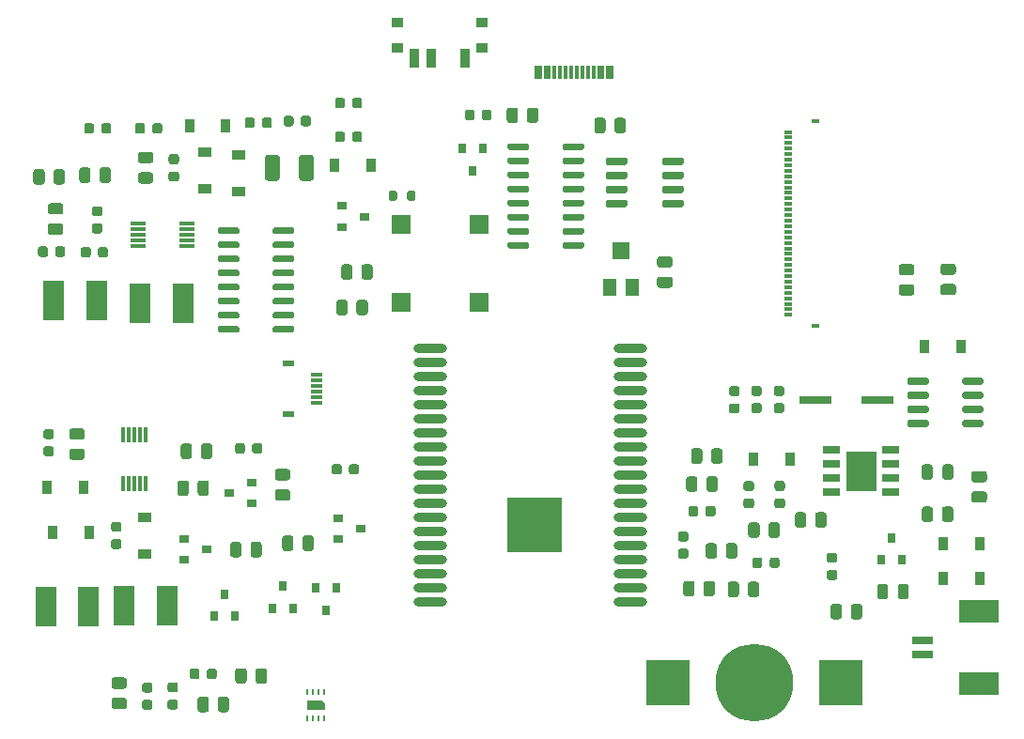
<source format=gbr>
G04 #@! TF.GenerationSoftware,KiCad,Pcbnew,(5.1.10)-1*
G04 #@! TF.CreationDate,2023-06-26T10:38:49+08:00*
G04 #@! TF.ProjectId,epaper-breakout,65706170-6572-42d6-9272-65616b6f7574,rev?*
G04 #@! TF.SameCoordinates,Original*
G04 #@! TF.FileFunction,Paste,Top*
G04 #@! TF.FilePolarity,Positive*
%FSLAX46Y46*%
G04 Gerber Fmt 4.6, Leading zero omitted, Abs format (unit mm)*
G04 Created by KiCad (PCBNEW (5.1.10)-1) date 2023-06-26 10:38:49*
%MOMM*%
%LPD*%
G01*
G04 APERTURE LIST*
%ADD10R,0.799998X0.299999*%
%ADD11R,0.799998X0.399999*%
%ADD12R,0.299999X1.199998*%
%ADD13R,0.250000X0.550000*%
%ADD14C,0.100000*%
%ADD15C,7.000011*%
%ADD16R,3.899992X4.180002*%
%ADD17R,2.999994X0.799998*%
%ADD18R,0.900000X0.800000*%
%ADD19R,1.874012X3.520008*%
%ADD20R,0.900000X1.200000*%
%ADD21R,1.799996X1.799996*%
%ADD22R,1.899996X0.799998*%
%ADD23R,3.599993X1.999996*%
%ADD24R,1.500000X0.650000*%
%ADD25R,2.700000X3.600000*%
%ADD26R,5.000000X5.000000*%
%ADD27O,3.000000X0.900000*%
%ADD28R,0.800000X0.900000*%
%ADD29R,1.400000X0.300000*%
%ADD30R,0.300000X1.400000*%
%ADD31R,1.099998X0.929996*%
%ADD32R,0.899998X1.799996*%
%ADD33R,1.199896X1.499997*%
%ADD34R,1.599997X1.599997*%
%ADD35R,1.200000X0.900000*%
%ADD36R,0.999998X0.299999*%
%ADD37R,0.999998X0.599999*%
G04 APERTURE END LIST*
D10*
X91749939Y-35050080D03*
X91749939Y-35549952D03*
X91749939Y-36050078D03*
X91749939Y-36549950D03*
X91749939Y-37050076D03*
X91749939Y-37549948D03*
X91749939Y-38050074D03*
X91749939Y-38549946D03*
X91749939Y-39050072D03*
X91749939Y-39549944D03*
X91749939Y-40050070D03*
X91749939Y-40549942D03*
X91749939Y-41050068D03*
X91749939Y-41549940D03*
X91749939Y-42050066D03*
X91749939Y-42549938D03*
X91749939Y-43050064D03*
X91749939Y-43549936D03*
X91749939Y-44050062D03*
X91749939Y-44549934D03*
X91749939Y-45050060D03*
X91749939Y-45549932D03*
X91749939Y-46050058D03*
X91749939Y-46549930D03*
X91749939Y-47050056D03*
X91749939Y-47549928D03*
X91749939Y-48050054D03*
X91749939Y-48549926D03*
X91749939Y-49050052D03*
X91749939Y-49549924D03*
X91749939Y-50050050D03*
X91749939Y-50549922D03*
X91749939Y-51050048D03*
X91749939Y-51549920D03*
D11*
X94250061Y-52549918D03*
X94250061Y-34050082D03*
D12*
X69099994Y-29699944D03*
X69399968Y-29699944D03*
X69899840Y-29699944D03*
X70200068Y-29699944D03*
X70699940Y-29699944D03*
X71200320Y-29699944D03*
X71699938Y-29699944D03*
X72200064Y-29699944D03*
X72699936Y-29699944D03*
X73200062Y-29699944D03*
X73699934Y-29699944D03*
X74200060Y-29699944D03*
X74699932Y-29699944D03*
X74999906Y-29699944D03*
X75500032Y-29699944D03*
X75800006Y-29699944D03*
D13*
X49925000Y-85575000D03*
X49425000Y-85575000D03*
X48925000Y-85575000D03*
X48425000Y-85575000D03*
X48425000Y-87925000D03*
X48925000Y-87925000D03*
X49425000Y-87925000D03*
X49925000Y-87925000D03*
D14*
G36*
X48375000Y-87200000D02*
G01*
X48375000Y-86300000D01*
X49705000Y-86300000D01*
X49975000Y-86570000D01*
X49975000Y-87200000D01*
X48375000Y-87200000D01*
G37*
G36*
G01*
X101974998Y-48775000D02*
X102875002Y-48775000D01*
G75*
G02*
X103125000Y-49024998I0J-249998D01*
G01*
X103125000Y-49550002D01*
G75*
G02*
X102875002Y-49800000I-249998J0D01*
G01*
X101974998Y-49800000D01*
G75*
G02*
X101725000Y-49550002I0J249998D01*
G01*
X101725000Y-49024998D01*
G75*
G02*
X101974998Y-48775000I249998J0D01*
G01*
G37*
G36*
G01*
X101974998Y-46950000D02*
X102875002Y-46950000D01*
G75*
G02*
X103125000Y-47199998I0J-249998D01*
G01*
X103125000Y-47725002D01*
G75*
G02*
X102875002Y-47975000I-249998J0D01*
G01*
X101974998Y-47975000D01*
G75*
G02*
X101725000Y-47725002I0J249998D01*
G01*
X101725000Y-47199998D01*
G75*
G02*
X101974998Y-46950000I249998J0D01*
G01*
G37*
G36*
G01*
X105724998Y-48750000D02*
X106625002Y-48750000D01*
G75*
G02*
X106875000Y-48999998I0J-249998D01*
G01*
X106875000Y-49525002D01*
G75*
G02*
X106625002Y-49775000I-249998J0D01*
G01*
X105724998Y-49775000D01*
G75*
G02*
X105475000Y-49525002I0J249998D01*
G01*
X105475000Y-48999998D01*
G75*
G02*
X105724998Y-48750000I249998J0D01*
G01*
G37*
G36*
G01*
X105724998Y-46925000D02*
X106625002Y-46925000D01*
G75*
G02*
X106875000Y-47174998I0J-249998D01*
G01*
X106875000Y-47700002D01*
G75*
G02*
X106625002Y-47950000I-249998J0D01*
G01*
X105724998Y-47950000D01*
G75*
G02*
X105475000Y-47700002I0J249998D01*
G01*
X105475000Y-47174998D01*
G75*
G02*
X105724998Y-46925000I249998J0D01*
G01*
G37*
G36*
G01*
X84375000Y-67250002D02*
X84375000Y-66349998D01*
G75*
G02*
X84624998Y-66100000I249998J0D01*
G01*
X85150002Y-66100000D01*
G75*
G02*
X85400000Y-66349998I0J-249998D01*
G01*
X85400000Y-67250002D01*
G75*
G02*
X85150002Y-67500000I-249998J0D01*
G01*
X84624998Y-67500000D01*
G75*
G02*
X84375000Y-67250002I0J249998D01*
G01*
G37*
G36*
G01*
X82550000Y-67250002D02*
X82550000Y-66349998D01*
G75*
G02*
X82799998Y-66100000I249998J0D01*
G01*
X83325002Y-66100000D01*
G75*
G02*
X83575000Y-66349998I0J-249998D01*
G01*
X83575000Y-67250002D01*
G75*
G02*
X83325002Y-67500000I-249998J0D01*
G01*
X82799998Y-67500000D01*
G75*
G02*
X82550000Y-67250002I0J249998D01*
G01*
G37*
G36*
G01*
X85337500Y-72374998D02*
X85337500Y-73275002D01*
G75*
G02*
X85087502Y-73525000I-249998J0D01*
G01*
X84562498Y-73525000D01*
G75*
G02*
X84312500Y-73275002I0J249998D01*
G01*
X84312500Y-72374998D01*
G75*
G02*
X84562498Y-72125000I249998J0D01*
G01*
X85087502Y-72125000D01*
G75*
G02*
X85337500Y-72374998I0J-249998D01*
G01*
G37*
G36*
G01*
X87162500Y-72374998D02*
X87162500Y-73275002D01*
G75*
G02*
X86912502Y-73525000I-249998J0D01*
G01*
X86387498Y-73525000D01*
G75*
G02*
X86137500Y-73275002I0J249998D01*
G01*
X86137500Y-72374998D01*
G75*
G02*
X86387498Y-72125000I249998J0D01*
G01*
X86912502Y-72125000D01*
G75*
G02*
X87162500Y-72374998I0J-249998D01*
G01*
G37*
G36*
G01*
X83650000Y-69000000D02*
X83650000Y-69500000D01*
G75*
G02*
X83425000Y-69725000I-225000J0D01*
G01*
X82975000Y-69725000D01*
G75*
G02*
X82750000Y-69500000I0J225000D01*
G01*
X82750000Y-69000000D01*
G75*
G02*
X82975000Y-68775000I225000J0D01*
G01*
X83425000Y-68775000D01*
G75*
G02*
X83650000Y-69000000I0J-225000D01*
G01*
G37*
G36*
G01*
X85200000Y-69000000D02*
X85200000Y-69500000D01*
G75*
G02*
X84975000Y-69725000I-225000J0D01*
G01*
X84525000Y-69725000D01*
G75*
G02*
X84300000Y-69500000I0J225000D01*
G01*
X84300000Y-69000000D01*
G75*
G02*
X84525000Y-68775000I225000J0D01*
G01*
X84975000Y-68775000D01*
G75*
G02*
X85200000Y-69000000I0J-225000D01*
G01*
G37*
D15*
X88740127Y-84690000D03*
D16*
X80940041Y-84690000D03*
X96539959Y-84690000D03*
D17*
X94228082Y-59182000D03*
X99828020Y-59182000D03*
G36*
G01*
X104418000Y-61191000D02*
X104418000Y-61491000D01*
G75*
G02*
X104268000Y-61641000I-150000J0D01*
G01*
X102618000Y-61641000D01*
G75*
G02*
X102468000Y-61491000I0J150000D01*
G01*
X102468000Y-61191000D01*
G75*
G02*
X102618000Y-61041000I150000J0D01*
G01*
X104268000Y-61041000D01*
G75*
G02*
X104418000Y-61191000I0J-150000D01*
G01*
G37*
G36*
G01*
X104418000Y-59921000D02*
X104418000Y-60221000D01*
G75*
G02*
X104268000Y-60371000I-150000J0D01*
G01*
X102618000Y-60371000D01*
G75*
G02*
X102468000Y-60221000I0J150000D01*
G01*
X102468000Y-59921000D01*
G75*
G02*
X102618000Y-59771000I150000J0D01*
G01*
X104268000Y-59771000D01*
G75*
G02*
X104418000Y-59921000I0J-150000D01*
G01*
G37*
G36*
G01*
X104418000Y-58651000D02*
X104418000Y-58951000D01*
G75*
G02*
X104268000Y-59101000I-150000J0D01*
G01*
X102618000Y-59101000D01*
G75*
G02*
X102468000Y-58951000I0J150000D01*
G01*
X102468000Y-58651000D01*
G75*
G02*
X102618000Y-58501000I150000J0D01*
G01*
X104268000Y-58501000D01*
G75*
G02*
X104418000Y-58651000I0J-150000D01*
G01*
G37*
G36*
G01*
X104418000Y-57381000D02*
X104418000Y-57681000D01*
G75*
G02*
X104268000Y-57831000I-150000J0D01*
G01*
X102618000Y-57831000D01*
G75*
G02*
X102468000Y-57681000I0J150000D01*
G01*
X102468000Y-57381000D01*
G75*
G02*
X102618000Y-57231000I150000J0D01*
G01*
X104268000Y-57231000D01*
G75*
G02*
X104418000Y-57381000I0J-150000D01*
G01*
G37*
G36*
G01*
X109368000Y-57381000D02*
X109368000Y-57681000D01*
G75*
G02*
X109218000Y-57831000I-150000J0D01*
G01*
X107568000Y-57831000D01*
G75*
G02*
X107418000Y-57681000I0J150000D01*
G01*
X107418000Y-57381000D01*
G75*
G02*
X107568000Y-57231000I150000J0D01*
G01*
X109218000Y-57231000D01*
G75*
G02*
X109368000Y-57381000I0J-150000D01*
G01*
G37*
G36*
G01*
X109368000Y-58651000D02*
X109368000Y-58951000D01*
G75*
G02*
X109218000Y-59101000I-150000J0D01*
G01*
X107568000Y-59101000D01*
G75*
G02*
X107418000Y-58951000I0J150000D01*
G01*
X107418000Y-58651000D01*
G75*
G02*
X107568000Y-58501000I150000J0D01*
G01*
X109218000Y-58501000D01*
G75*
G02*
X109368000Y-58651000I0J-150000D01*
G01*
G37*
G36*
G01*
X109368000Y-59921000D02*
X109368000Y-60221000D01*
G75*
G02*
X109218000Y-60371000I-150000J0D01*
G01*
X107568000Y-60371000D01*
G75*
G02*
X107418000Y-60221000I0J150000D01*
G01*
X107418000Y-59921000D01*
G75*
G02*
X107568000Y-59771000I150000J0D01*
G01*
X109218000Y-59771000D01*
G75*
G02*
X109368000Y-59921000I0J-150000D01*
G01*
G37*
G36*
G01*
X109368000Y-61191000D02*
X109368000Y-61491000D01*
G75*
G02*
X109218000Y-61641000I-150000J0D01*
G01*
X107568000Y-61641000D01*
G75*
G02*
X107418000Y-61491000I0J150000D01*
G01*
X107418000Y-61191000D01*
G75*
G02*
X107568000Y-61041000I150000J0D01*
G01*
X109218000Y-61041000D01*
G75*
G02*
X109368000Y-61191000I0J-150000D01*
G01*
G37*
G36*
G01*
X53295000Y-48132002D02*
X53295000Y-47231998D01*
G75*
G02*
X53544998Y-46982000I249998J0D01*
G01*
X54070002Y-46982000D01*
G75*
G02*
X54320000Y-47231998I0J-249998D01*
G01*
X54320000Y-48132002D01*
G75*
G02*
X54070002Y-48382000I-249998J0D01*
G01*
X53544998Y-48382000D01*
G75*
G02*
X53295000Y-48132002I0J249998D01*
G01*
G37*
G36*
G01*
X51470000Y-48132002D02*
X51470000Y-47231998D01*
G75*
G02*
X51719998Y-46982000I249998J0D01*
G01*
X52245002Y-46982000D01*
G75*
G02*
X52495000Y-47231998I0J-249998D01*
G01*
X52495000Y-48132002D01*
G75*
G02*
X52245002Y-48382000I-249998J0D01*
G01*
X51719998Y-48382000D01*
G75*
G02*
X51470000Y-48132002I0J249998D01*
G01*
G37*
G36*
G01*
X52050000Y-50424998D02*
X52050000Y-51325002D01*
G75*
G02*
X51800002Y-51575000I-249998J0D01*
G01*
X51274998Y-51575000D01*
G75*
G02*
X51025000Y-51325002I0J249998D01*
G01*
X51025000Y-50424998D01*
G75*
G02*
X51274998Y-50175000I249998J0D01*
G01*
X51800002Y-50175000D01*
G75*
G02*
X52050000Y-50424998I0J-249998D01*
G01*
G37*
G36*
G01*
X53875000Y-50424998D02*
X53875000Y-51325002D01*
G75*
G02*
X53625002Y-51575000I-249998J0D01*
G01*
X53099998Y-51575000D01*
G75*
G02*
X52850000Y-51325002I0J249998D01*
G01*
X52850000Y-50424998D01*
G75*
G02*
X53099998Y-50175000I249998J0D01*
G01*
X53625002Y-50175000D01*
G75*
G02*
X53875000Y-50424998I0J-249998D01*
G01*
G37*
G36*
G01*
X56534000Y-40549000D02*
X56534000Y-41099000D01*
G75*
G02*
X56334000Y-41299000I-200000J0D01*
G01*
X55934000Y-41299000D01*
G75*
G02*
X55734000Y-41099000I0J200000D01*
G01*
X55734000Y-40549000D01*
G75*
G02*
X55934000Y-40349000I200000J0D01*
G01*
X56334000Y-40349000D01*
G75*
G02*
X56534000Y-40549000I0J-200000D01*
G01*
G37*
G36*
G01*
X58184000Y-40549000D02*
X58184000Y-41099000D01*
G75*
G02*
X57984000Y-41299000I-200000J0D01*
G01*
X57584000Y-41299000D01*
G75*
G02*
X57384000Y-41099000I0J200000D01*
G01*
X57384000Y-40549000D01*
G75*
G02*
X57584000Y-40349000I200000J0D01*
G01*
X57984000Y-40349000D01*
G75*
G02*
X58184000Y-40549000I0J-200000D01*
G01*
G37*
D18*
X53575000Y-42675000D03*
X51575000Y-43625000D03*
X51575000Y-41725000D03*
D19*
X33346886Y-50525000D03*
X37203114Y-50525000D03*
X25566886Y-50222000D03*
X29423114Y-50222000D03*
X24858772Y-77870000D03*
X28715000Y-77870000D03*
X31905000Y-77740000D03*
X35761228Y-77740000D03*
D20*
X50850000Y-38025000D03*
X54150000Y-38025000D03*
X107314000Y-54356000D03*
X104014000Y-54356000D03*
X88600000Y-64516000D03*
X91900000Y-64516000D03*
G36*
G01*
X47836000Y-34320000D02*
X47836000Y-33820000D01*
G75*
G02*
X48061000Y-33595000I225000J0D01*
G01*
X48511000Y-33595000D01*
G75*
G02*
X48736000Y-33820000I0J-225000D01*
G01*
X48736000Y-34320000D01*
G75*
G02*
X48511000Y-34545000I-225000J0D01*
G01*
X48061000Y-34545000D01*
G75*
G02*
X47836000Y-34320000I0J225000D01*
G01*
G37*
G36*
G01*
X46286000Y-34320000D02*
X46286000Y-33820000D01*
G75*
G02*
X46511000Y-33595000I225000J0D01*
G01*
X46961000Y-33595000D01*
G75*
G02*
X47186000Y-33820000I0J-225000D01*
G01*
X47186000Y-34320000D01*
G75*
G02*
X46961000Y-34545000I-225000J0D01*
G01*
X46511000Y-34545000D01*
G75*
G02*
X46286000Y-34320000I0J225000D01*
G01*
G37*
G36*
G01*
X86650000Y-59525000D02*
X87150000Y-59525000D01*
G75*
G02*
X87375000Y-59750000I0J-225000D01*
G01*
X87375000Y-60200000D01*
G75*
G02*
X87150000Y-60425000I-225000J0D01*
G01*
X86650000Y-60425000D01*
G75*
G02*
X86425000Y-60200000I0J225000D01*
G01*
X86425000Y-59750000D01*
G75*
G02*
X86650000Y-59525000I225000J0D01*
G01*
G37*
G36*
G01*
X86650000Y-57975000D02*
X87150000Y-57975000D01*
G75*
G02*
X87375000Y-58200000I0J-225000D01*
G01*
X87375000Y-58650000D01*
G75*
G02*
X87150000Y-58875000I-225000J0D01*
G01*
X86650000Y-58875000D01*
G75*
G02*
X86425000Y-58650000I0J225000D01*
G01*
X86425000Y-58200000D01*
G75*
G02*
X86650000Y-57975000I225000J0D01*
G01*
G37*
G36*
G01*
X88650000Y-59507000D02*
X89150000Y-59507000D01*
G75*
G02*
X89375000Y-59732000I0J-225000D01*
G01*
X89375000Y-60182000D01*
G75*
G02*
X89150000Y-60407000I-225000J0D01*
G01*
X88650000Y-60407000D01*
G75*
G02*
X88425000Y-60182000I0J225000D01*
G01*
X88425000Y-59732000D01*
G75*
G02*
X88650000Y-59507000I225000J0D01*
G01*
G37*
G36*
G01*
X88650000Y-57957000D02*
X89150000Y-57957000D01*
G75*
G02*
X89375000Y-58182000I0J-225000D01*
G01*
X89375000Y-58632000D01*
G75*
G02*
X89150000Y-58857000I-225000J0D01*
G01*
X88650000Y-58857000D01*
G75*
G02*
X88425000Y-58632000I0J225000D01*
G01*
X88425000Y-58182000D01*
G75*
G02*
X88650000Y-57957000I225000J0D01*
G01*
G37*
G36*
G01*
X90682000Y-59507000D02*
X91182000Y-59507000D01*
G75*
G02*
X91407000Y-59732000I0J-225000D01*
G01*
X91407000Y-60182000D01*
G75*
G02*
X91182000Y-60407000I-225000J0D01*
G01*
X90682000Y-60407000D01*
G75*
G02*
X90457000Y-60182000I0J225000D01*
G01*
X90457000Y-59732000D01*
G75*
G02*
X90682000Y-59507000I225000J0D01*
G01*
G37*
G36*
G01*
X90682000Y-57957000D02*
X91182000Y-57957000D01*
G75*
G02*
X91407000Y-58182000I0J-225000D01*
G01*
X91407000Y-58632000D01*
G75*
G02*
X91182000Y-58857000I-225000J0D01*
G01*
X90682000Y-58857000D01*
G75*
G02*
X90457000Y-58632000I0J225000D01*
G01*
X90457000Y-58182000D01*
G75*
G02*
X90682000Y-57957000I225000J0D01*
G01*
G37*
D21*
X56886996Y-50388106D03*
X63863106Y-43411996D03*
X63863106Y-50388106D03*
X56886996Y-43411996D03*
D22*
X103875840Y-82159348D03*
X103875840Y-80909414D03*
D23*
X108976160Y-78283816D03*
X108976160Y-84784184D03*
G36*
G01*
X68413000Y-45119000D02*
X68413000Y-45419000D01*
G75*
G02*
X68263000Y-45569000I-150000J0D01*
G01*
X66613000Y-45569000D01*
G75*
G02*
X66463000Y-45419000I0J150000D01*
G01*
X66463000Y-45119000D01*
G75*
G02*
X66613000Y-44969000I150000J0D01*
G01*
X68263000Y-44969000D01*
G75*
G02*
X68413000Y-45119000I0J-150000D01*
G01*
G37*
G36*
G01*
X68413000Y-43849000D02*
X68413000Y-44149000D01*
G75*
G02*
X68263000Y-44299000I-150000J0D01*
G01*
X66613000Y-44299000D01*
G75*
G02*
X66463000Y-44149000I0J150000D01*
G01*
X66463000Y-43849000D01*
G75*
G02*
X66613000Y-43699000I150000J0D01*
G01*
X68263000Y-43699000D01*
G75*
G02*
X68413000Y-43849000I0J-150000D01*
G01*
G37*
G36*
G01*
X68413000Y-42579000D02*
X68413000Y-42879000D01*
G75*
G02*
X68263000Y-43029000I-150000J0D01*
G01*
X66613000Y-43029000D01*
G75*
G02*
X66463000Y-42879000I0J150000D01*
G01*
X66463000Y-42579000D01*
G75*
G02*
X66613000Y-42429000I150000J0D01*
G01*
X68263000Y-42429000D01*
G75*
G02*
X68413000Y-42579000I0J-150000D01*
G01*
G37*
G36*
G01*
X68413000Y-41309000D02*
X68413000Y-41609000D01*
G75*
G02*
X68263000Y-41759000I-150000J0D01*
G01*
X66613000Y-41759000D01*
G75*
G02*
X66463000Y-41609000I0J150000D01*
G01*
X66463000Y-41309000D01*
G75*
G02*
X66613000Y-41159000I150000J0D01*
G01*
X68263000Y-41159000D01*
G75*
G02*
X68413000Y-41309000I0J-150000D01*
G01*
G37*
G36*
G01*
X68413000Y-40039000D02*
X68413000Y-40339000D01*
G75*
G02*
X68263000Y-40489000I-150000J0D01*
G01*
X66613000Y-40489000D01*
G75*
G02*
X66463000Y-40339000I0J150000D01*
G01*
X66463000Y-40039000D01*
G75*
G02*
X66613000Y-39889000I150000J0D01*
G01*
X68263000Y-39889000D01*
G75*
G02*
X68413000Y-40039000I0J-150000D01*
G01*
G37*
G36*
G01*
X68413000Y-38769000D02*
X68413000Y-39069000D01*
G75*
G02*
X68263000Y-39219000I-150000J0D01*
G01*
X66613000Y-39219000D01*
G75*
G02*
X66463000Y-39069000I0J150000D01*
G01*
X66463000Y-38769000D01*
G75*
G02*
X66613000Y-38619000I150000J0D01*
G01*
X68263000Y-38619000D01*
G75*
G02*
X68413000Y-38769000I0J-150000D01*
G01*
G37*
G36*
G01*
X68413000Y-37499000D02*
X68413000Y-37799000D01*
G75*
G02*
X68263000Y-37949000I-150000J0D01*
G01*
X66613000Y-37949000D01*
G75*
G02*
X66463000Y-37799000I0J150000D01*
G01*
X66463000Y-37499000D01*
G75*
G02*
X66613000Y-37349000I150000J0D01*
G01*
X68263000Y-37349000D01*
G75*
G02*
X68413000Y-37499000I0J-150000D01*
G01*
G37*
G36*
G01*
X68413000Y-36229000D02*
X68413000Y-36529000D01*
G75*
G02*
X68263000Y-36679000I-150000J0D01*
G01*
X66613000Y-36679000D01*
G75*
G02*
X66463000Y-36529000I0J150000D01*
G01*
X66463000Y-36229000D01*
G75*
G02*
X66613000Y-36079000I150000J0D01*
G01*
X68263000Y-36079000D01*
G75*
G02*
X68413000Y-36229000I0J-150000D01*
G01*
G37*
G36*
G01*
X73363000Y-36229000D02*
X73363000Y-36529000D01*
G75*
G02*
X73213000Y-36679000I-150000J0D01*
G01*
X71563000Y-36679000D01*
G75*
G02*
X71413000Y-36529000I0J150000D01*
G01*
X71413000Y-36229000D01*
G75*
G02*
X71563000Y-36079000I150000J0D01*
G01*
X73213000Y-36079000D01*
G75*
G02*
X73363000Y-36229000I0J-150000D01*
G01*
G37*
G36*
G01*
X73363000Y-37499000D02*
X73363000Y-37799000D01*
G75*
G02*
X73213000Y-37949000I-150000J0D01*
G01*
X71563000Y-37949000D01*
G75*
G02*
X71413000Y-37799000I0J150000D01*
G01*
X71413000Y-37499000D01*
G75*
G02*
X71563000Y-37349000I150000J0D01*
G01*
X73213000Y-37349000D01*
G75*
G02*
X73363000Y-37499000I0J-150000D01*
G01*
G37*
G36*
G01*
X73363000Y-38769000D02*
X73363000Y-39069000D01*
G75*
G02*
X73213000Y-39219000I-150000J0D01*
G01*
X71563000Y-39219000D01*
G75*
G02*
X71413000Y-39069000I0J150000D01*
G01*
X71413000Y-38769000D01*
G75*
G02*
X71563000Y-38619000I150000J0D01*
G01*
X73213000Y-38619000D01*
G75*
G02*
X73363000Y-38769000I0J-150000D01*
G01*
G37*
G36*
G01*
X73363000Y-40039000D02*
X73363000Y-40339000D01*
G75*
G02*
X73213000Y-40489000I-150000J0D01*
G01*
X71563000Y-40489000D01*
G75*
G02*
X71413000Y-40339000I0J150000D01*
G01*
X71413000Y-40039000D01*
G75*
G02*
X71563000Y-39889000I150000J0D01*
G01*
X73213000Y-39889000D01*
G75*
G02*
X73363000Y-40039000I0J-150000D01*
G01*
G37*
G36*
G01*
X73363000Y-41309000D02*
X73363000Y-41609000D01*
G75*
G02*
X73213000Y-41759000I-150000J0D01*
G01*
X71563000Y-41759000D01*
G75*
G02*
X71413000Y-41609000I0J150000D01*
G01*
X71413000Y-41309000D01*
G75*
G02*
X71563000Y-41159000I150000J0D01*
G01*
X73213000Y-41159000D01*
G75*
G02*
X73363000Y-41309000I0J-150000D01*
G01*
G37*
G36*
G01*
X73363000Y-42579000D02*
X73363000Y-42879000D01*
G75*
G02*
X73213000Y-43029000I-150000J0D01*
G01*
X71563000Y-43029000D01*
G75*
G02*
X71413000Y-42879000I0J150000D01*
G01*
X71413000Y-42579000D01*
G75*
G02*
X71563000Y-42429000I150000J0D01*
G01*
X73213000Y-42429000D01*
G75*
G02*
X73363000Y-42579000I0J-150000D01*
G01*
G37*
G36*
G01*
X73363000Y-43849000D02*
X73363000Y-44149000D01*
G75*
G02*
X73213000Y-44299000I-150000J0D01*
G01*
X71563000Y-44299000D01*
G75*
G02*
X71413000Y-44149000I0J150000D01*
G01*
X71413000Y-43849000D01*
G75*
G02*
X71563000Y-43699000I150000J0D01*
G01*
X73213000Y-43699000D01*
G75*
G02*
X73363000Y-43849000I0J-150000D01*
G01*
G37*
G36*
G01*
X73363000Y-45119000D02*
X73363000Y-45419000D01*
G75*
G02*
X73213000Y-45569000I-150000J0D01*
G01*
X71563000Y-45569000D01*
G75*
G02*
X71413000Y-45419000I0J150000D01*
G01*
X71413000Y-45119000D01*
G75*
G02*
X71563000Y-44969000I150000J0D01*
G01*
X73213000Y-44969000D01*
G75*
G02*
X73363000Y-45119000I0J-150000D01*
G01*
G37*
D24*
X95625000Y-63720000D03*
X95625000Y-64990000D03*
X95625000Y-66260000D03*
X95625000Y-67530000D03*
X101025000Y-67530000D03*
X101025000Y-66260000D03*
X101025000Y-64990000D03*
X101025000Y-63720000D03*
D25*
X98325000Y-65625000D03*
G36*
G01*
X45300000Y-44105000D02*
X45300000Y-43805000D01*
G75*
G02*
X45450000Y-43655000I150000J0D01*
G01*
X47100000Y-43655000D01*
G75*
G02*
X47250000Y-43805000I0J-150000D01*
G01*
X47250000Y-44105000D01*
G75*
G02*
X47100000Y-44255000I-150000J0D01*
G01*
X45450000Y-44255000D01*
G75*
G02*
X45300000Y-44105000I0J150000D01*
G01*
G37*
G36*
G01*
X45300000Y-45375000D02*
X45300000Y-45075000D01*
G75*
G02*
X45450000Y-44925000I150000J0D01*
G01*
X47100000Y-44925000D01*
G75*
G02*
X47250000Y-45075000I0J-150000D01*
G01*
X47250000Y-45375000D01*
G75*
G02*
X47100000Y-45525000I-150000J0D01*
G01*
X45450000Y-45525000D01*
G75*
G02*
X45300000Y-45375000I0J150000D01*
G01*
G37*
G36*
G01*
X45300000Y-46645000D02*
X45300000Y-46345000D01*
G75*
G02*
X45450000Y-46195000I150000J0D01*
G01*
X47100000Y-46195000D01*
G75*
G02*
X47250000Y-46345000I0J-150000D01*
G01*
X47250000Y-46645000D01*
G75*
G02*
X47100000Y-46795000I-150000J0D01*
G01*
X45450000Y-46795000D01*
G75*
G02*
X45300000Y-46645000I0J150000D01*
G01*
G37*
G36*
G01*
X45300000Y-47915000D02*
X45300000Y-47615000D01*
G75*
G02*
X45450000Y-47465000I150000J0D01*
G01*
X47100000Y-47465000D01*
G75*
G02*
X47250000Y-47615000I0J-150000D01*
G01*
X47250000Y-47915000D01*
G75*
G02*
X47100000Y-48065000I-150000J0D01*
G01*
X45450000Y-48065000D01*
G75*
G02*
X45300000Y-47915000I0J150000D01*
G01*
G37*
G36*
G01*
X45300000Y-49185000D02*
X45300000Y-48885000D01*
G75*
G02*
X45450000Y-48735000I150000J0D01*
G01*
X47100000Y-48735000D01*
G75*
G02*
X47250000Y-48885000I0J-150000D01*
G01*
X47250000Y-49185000D01*
G75*
G02*
X47100000Y-49335000I-150000J0D01*
G01*
X45450000Y-49335000D01*
G75*
G02*
X45300000Y-49185000I0J150000D01*
G01*
G37*
G36*
G01*
X45300000Y-50455000D02*
X45300000Y-50155000D01*
G75*
G02*
X45450000Y-50005000I150000J0D01*
G01*
X47100000Y-50005000D01*
G75*
G02*
X47250000Y-50155000I0J-150000D01*
G01*
X47250000Y-50455000D01*
G75*
G02*
X47100000Y-50605000I-150000J0D01*
G01*
X45450000Y-50605000D01*
G75*
G02*
X45300000Y-50455000I0J150000D01*
G01*
G37*
G36*
G01*
X45300000Y-51725000D02*
X45300000Y-51425000D01*
G75*
G02*
X45450000Y-51275000I150000J0D01*
G01*
X47100000Y-51275000D01*
G75*
G02*
X47250000Y-51425000I0J-150000D01*
G01*
X47250000Y-51725000D01*
G75*
G02*
X47100000Y-51875000I-150000J0D01*
G01*
X45450000Y-51875000D01*
G75*
G02*
X45300000Y-51725000I0J150000D01*
G01*
G37*
G36*
G01*
X45300000Y-52995000D02*
X45300000Y-52695000D01*
G75*
G02*
X45450000Y-52545000I150000J0D01*
G01*
X47100000Y-52545000D01*
G75*
G02*
X47250000Y-52695000I0J-150000D01*
G01*
X47250000Y-52995000D01*
G75*
G02*
X47100000Y-53145000I-150000J0D01*
G01*
X45450000Y-53145000D01*
G75*
G02*
X45300000Y-52995000I0J150000D01*
G01*
G37*
G36*
G01*
X40350000Y-52995000D02*
X40350000Y-52695000D01*
G75*
G02*
X40500000Y-52545000I150000J0D01*
G01*
X42150000Y-52545000D01*
G75*
G02*
X42300000Y-52695000I0J-150000D01*
G01*
X42300000Y-52995000D01*
G75*
G02*
X42150000Y-53145000I-150000J0D01*
G01*
X40500000Y-53145000D01*
G75*
G02*
X40350000Y-52995000I0J150000D01*
G01*
G37*
G36*
G01*
X40350000Y-51725000D02*
X40350000Y-51425000D01*
G75*
G02*
X40500000Y-51275000I150000J0D01*
G01*
X42150000Y-51275000D01*
G75*
G02*
X42300000Y-51425000I0J-150000D01*
G01*
X42300000Y-51725000D01*
G75*
G02*
X42150000Y-51875000I-150000J0D01*
G01*
X40500000Y-51875000D01*
G75*
G02*
X40350000Y-51725000I0J150000D01*
G01*
G37*
G36*
G01*
X40350000Y-50455000D02*
X40350000Y-50155000D01*
G75*
G02*
X40500000Y-50005000I150000J0D01*
G01*
X42150000Y-50005000D01*
G75*
G02*
X42300000Y-50155000I0J-150000D01*
G01*
X42300000Y-50455000D01*
G75*
G02*
X42150000Y-50605000I-150000J0D01*
G01*
X40500000Y-50605000D01*
G75*
G02*
X40350000Y-50455000I0J150000D01*
G01*
G37*
G36*
G01*
X40350000Y-49185000D02*
X40350000Y-48885000D01*
G75*
G02*
X40500000Y-48735000I150000J0D01*
G01*
X42150000Y-48735000D01*
G75*
G02*
X42300000Y-48885000I0J-150000D01*
G01*
X42300000Y-49185000D01*
G75*
G02*
X42150000Y-49335000I-150000J0D01*
G01*
X40500000Y-49335000D01*
G75*
G02*
X40350000Y-49185000I0J150000D01*
G01*
G37*
G36*
G01*
X40350000Y-47915000D02*
X40350000Y-47615000D01*
G75*
G02*
X40500000Y-47465000I150000J0D01*
G01*
X42150000Y-47465000D01*
G75*
G02*
X42300000Y-47615000I0J-150000D01*
G01*
X42300000Y-47915000D01*
G75*
G02*
X42150000Y-48065000I-150000J0D01*
G01*
X40500000Y-48065000D01*
G75*
G02*
X40350000Y-47915000I0J150000D01*
G01*
G37*
G36*
G01*
X40350000Y-46645000D02*
X40350000Y-46345000D01*
G75*
G02*
X40500000Y-46195000I150000J0D01*
G01*
X42150000Y-46195000D01*
G75*
G02*
X42300000Y-46345000I0J-150000D01*
G01*
X42300000Y-46645000D01*
G75*
G02*
X42150000Y-46795000I-150000J0D01*
G01*
X40500000Y-46795000D01*
G75*
G02*
X40350000Y-46645000I0J150000D01*
G01*
G37*
G36*
G01*
X40350000Y-45375000D02*
X40350000Y-45075000D01*
G75*
G02*
X40500000Y-44925000I150000J0D01*
G01*
X42150000Y-44925000D01*
G75*
G02*
X42300000Y-45075000I0J-150000D01*
G01*
X42300000Y-45375000D01*
G75*
G02*
X42150000Y-45525000I-150000J0D01*
G01*
X40500000Y-45525000D01*
G75*
G02*
X40350000Y-45375000I0J150000D01*
G01*
G37*
G36*
G01*
X40350000Y-44105000D02*
X40350000Y-43805000D01*
G75*
G02*
X40500000Y-43655000I150000J0D01*
G01*
X42150000Y-43655000D01*
G75*
G02*
X42300000Y-43805000I0J-150000D01*
G01*
X42300000Y-44105000D01*
G75*
G02*
X42150000Y-44255000I-150000J0D01*
G01*
X40500000Y-44255000D01*
G75*
G02*
X40350000Y-44105000I0J150000D01*
G01*
G37*
G36*
G01*
X80375000Y-37857500D02*
X80375000Y-37532500D01*
G75*
G02*
X80537500Y-37370000I162500J0D01*
G01*
X82187500Y-37370000D01*
G75*
G02*
X82350000Y-37532500I0J-162500D01*
G01*
X82350000Y-37857500D01*
G75*
G02*
X82187500Y-38020000I-162500J0D01*
G01*
X80537500Y-38020000D01*
G75*
G02*
X80375000Y-37857500I0J162500D01*
G01*
G37*
G36*
G01*
X80375000Y-39127500D02*
X80375000Y-38802500D01*
G75*
G02*
X80537500Y-38640000I162500J0D01*
G01*
X82187500Y-38640000D01*
G75*
G02*
X82350000Y-38802500I0J-162500D01*
G01*
X82350000Y-39127500D01*
G75*
G02*
X82187500Y-39290000I-162500J0D01*
G01*
X80537500Y-39290000D01*
G75*
G02*
X80375000Y-39127500I0J162500D01*
G01*
G37*
G36*
G01*
X80375000Y-40397500D02*
X80375000Y-40072500D01*
G75*
G02*
X80537500Y-39910000I162500J0D01*
G01*
X82187500Y-39910000D01*
G75*
G02*
X82350000Y-40072500I0J-162500D01*
G01*
X82350000Y-40397500D01*
G75*
G02*
X82187500Y-40560000I-162500J0D01*
G01*
X80537500Y-40560000D01*
G75*
G02*
X80375000Y-40397500I0J162500D01*
G01*
G37*
G36*
G01*
X80375000Y-41667500D02*
X80375000Y-41342500D01*
G75*
G02*
X80537500Y-41180000I162500J0D01*
G01*
X82187500Y-41180000D01*
G75*
G02*
X82350000Y-41342500I0J-162500D01*
G01*
X82350000Y-41667500D01*
G75*
G02*
X82187500Y-41830000I-162500J0D01*
G01*
X80537500Y-41830000D01*
G75*
G02*
X80375000Y-41667500I0J162500D01*
G01*
G37*
G36*
G01*
X75300000Y-41667500D02*
X75300000Y-41342500D01*
G75*
G02*
X75462500Y-41180000I162500J0D01*
G01*
X77112500Y-41180000D01*
G75*
G02*
X77275000Y-41342500I0J-162500D01*
G01*
X77275000Y-41667500D01*
G75*
G02*
X77112500Y-41830000I-162500J0D01*
G01*
X75462500Y-41830000D01*
G75*
G02*
X75300000Y-41667500I0J162500D01*
G01*
G37*
G36*
G01*
X75300000Y-40397500D02*
X75300000Y-40072500D01*
G75*
G02*
X75462500Y-39910000I162500J0D01*
G01*
X77112500Y-39910000D01*
G75*
G02*
X77275000Y-40072500I0J-162500D01*
G01*
X77275000Y-40397500D01*
G75*
G02*
X77112500Y-40560000I-162500J0D01*
G01*
X75462500Y-40560000D01*
G75*
G02*
X75300000Y-40397500I0J162500D01*
G01*
G37*
G36*
G01*
X75300000Y-39127500D02*
X75300000Y-38802500D01*
G75*
G02*
X75462500Y-38640000I162500J0D01*
G01*
X77112500Y-38640000D01*
G75*
G02*
X77275000Y-38802500I0J-162500D01*
G01*
X77275000Y-39127500D01*
G75*
G02*
X77112500Y-39290000I-162500J0D01*
G01*
X75462500Y-39290000D01*
G75*
G02*
X75300000Y-39127500I0J162500D01*
G01*
G37*
G36*
G01*
X75300000Y-37857500D02*
X75300000Y-37532500D01*
G75*
G02*
X75462500Y-37370000I162500J0D01*
G01*
X77112500Y-37370000D01*
G75*
G02*
X77275000Y-37532500I0J-162500D01*
G01*
X77275000Y-37857500D01*
G75*
G02*
X77112500Y-38020000I-162500J0D01*
G01*
X75462500Y-38020000D01*
G75*
G02*
X75300000Y-37857500I0J162500D01*
G01*
G37*
D26*
X68925000Y-70495000D03*
D27*
X77525000Y-77415000D03*
X77525000Y-76145000D03*
X77525000Y-74875000D03*
X77525000Y-73605000D03*
X77525000Y-72335000D03*
X77525000Y-71065000D03*
X77525000Y-69795000D03*
X77525000Y-68525000D03*
X77525000Y-67255000D03*
X77525000Y-65985000D03*
X77525000Y-64715000D03*
X77525000Y-63445000D03*
X77525000Y-62175000D03*
X77525000Y-60905000D03*
X77525000Y-59605000D03*
X77525000Y-58335000D03*
X77525000Y-57065000D03*
X77525000Y-55795000D03*
X77525000Y-54525000D03*
X59525000Y-54525000D03*
X59525000Y-55795000D03*
X59525000Y-57065000D03*
X59525000Y-58335000D03*
X59525000Y-59605000D03*
X59495000Y-60905000D03*
X59495000Y-62175000D03*
X59495000Y-63445000D03*
X59495000Y-64715000D03*
X59495000Y-65985000D03*
X59495000Y-67255000D03*
X59495000Y-68525000D03*
X59495000Y-69795000D03*
X59495000Y-71065000D03*
X59495000Y-72335000D03*
X59495000Y-73605000D03*
X59495000Y-74875000D03*
X59495000Y-76145000D03*
X59495000Y-77415000D03*
D28*
X63309000Y-38522000D03*
X62359000Y-36522000D03*
X64259000Y-36522000D03*
D29*
X33200000Y-45300000D03*
X33200000Y-44800000D03*
X33200000Y-44300000D03*
X33200000Y-43800000D03*
X33200000Y-43300000D03*
X37600000Y-43300000D03*
X37600000Y-43800000D03*
X37600000Y-44300000D03*
X37600000Y-44800000D03*
X37600000Y-45300000D03*
D30*
X33805000Y-66770000D03*
X33305000Y-66770000D03*
X32805000Y-66770000D03*
X32305000Y-66770000D03*
X31805000Y-66770000D03*
X31805000Y-62370000D03*
X32305000Y-62370000D03*
X32805000Y-62370000D03*
X33305000Y-62370000D03*
X33805000Y-62370000D03*
D18*
X53225000Y-70800000D03*
X51225000Y-71750000D03*
X51225000Y-69850000D03*
D31*
X64149967Y-27486562D03*
X64149967Y-25216564D03*
X56550033Y-25216564D03*
X56550033Y-27486562D03*
D32*
X58100195Y-28383436D03*
X59600065Y-28383436D03*
X62600059Y-28383436D03*
D33*
X75700002Y-49049984D03*
X77699998Y-49049984D03*
D34*
X76700000Y-45750016D03*
G36*
G01*
X67412500Y-33099998D02*
X67412500Y-34000002D01*
G75*
G02*
X67162502Y-34250000I-249998J0D01*
G01*
X66637498Y-34250000D01*
G75*
G02*
X66387500Y-34000002I0J249998D01*
G01*
X66387500Y-33099998D01*
G75*
G02*
X66637498Y-32850000I249998J0D01*
G01*
X67162502Y-32850000D01*
G75*
G02*
X67412500Y-33099998I0J-249998D01*
G01*
G37*
G36*
G01*
X69237500Y-33099998D02*
X69237500Y-34000002D01*
G75*
G02*
X68987502Y-34250000I-249998J0D01*
G01*
X68462498Y-34250000D01*
G75*
G02*
X68212500Y-34000002I0J249998D01*
G01*
X68212500Y-33099998D01*
G75*
G02*
X68462498Y-32850000I249998J0D01*
G01*
X68987502Y-32850000D01*
G75*
G02*
X69237500Y-33099998I0J-249998D01*
G01*
G37*
G36*
G01*
X76100000Y-34925002D02*
X76100000Y-34024998D01*
G75*
G02*
X76349998Y-33775000I249998J0D01*
G01*
X76875002Y-33775000D01*
G75*
G02*
X77125000Y-34024998I0J-249998D01*
G01*
X77125000Y-34925002D01*
G75*
G02*
X76875002Y-35175000I-249998J0D01*
G01*
X76349998Y-35175000D01*
G75*
G02*
X76100000Y-34925002I0J249998D01*
G01*
G37*
G36*
G01*
X74275000Y-34925002D02*
X74275000Y-34024998D01*
G75*
G02*
X74524998Y-33775000I249998J0D01*
G01*
X75050002Y-33775000D01*
G75*
G02*
X75300000Y-34024998I0J-249998D01*
G01*
X75300000Y-34925002D01*
G75*
G02*
X75050002Y-35175000I-249998J0D01*
G01*
X74524998Y-35175000D01*
G75*
G02*
X74275000Y-34925002I0J249998D01*
G01*
G37*
G36*
G01*
X83325000Y-75774998D02*
X83325000Y-76675002D01*
G75*
G02*
X83075002Y-76925000I-249998J0D01*
G01*
X82549998Y-76925000D01*
G75*
G02*
X82300000Y-76675002I0J249998D01*
G01*
X82300000Y-75774998D01*
G75*
G02*
X82549998Y-75525000I249998J0D01*
G01*
X83075002Y-75525000D01*
G75*
G02*
X83325000Y-75774998I0J-249998D01*
G01*
G37*
G36*
G01*
X85150000Y-75774998D02*
X85150000Y-76675002D01*
G75*
G02*
X84900002Y-76925000I-249998J0D01*
G01*
X84374998Y-76925000D01*
G75*
G02*
X84125000Y-76675002I0J249998D01*
G01*
X84125000Y-75774998D01*
G75*
G02*
X84374998Y-75525000I249998J0D01*
G01*
X84900002Y-75525000D01*
G75*
G02*
X85150000Y-75774998I0J-249998D01*
G01*
G37*
G36*
G01*
X87325000Y-75849998D02*
X87325000Y-76750002D01*
G75*
G02*
X87075002Y-77000000I-249998J0D01*
G01*
X86549998Y-77000000D01*
G75*
G02*
X86300000Y-76750002I0J249998D01*
G01*
X86300000Y-75849998D01*
G75*
G02*
X86549998Y-75600000I249998J0D01*
G01*
X87075002Y-75600000D01*
G75*
G02*
X87325000Y-75849998I0J-249998D01*
G01*
G37*
G36*
G01*
X89150000Y-75849998D02*
X89150000Y-76750002D01*
G75*
G02*
X88900002Y-77000000I-249998J0D01*
G01*
X88374998Y-77000000D01*
G75*
G02*
X88125000Y-76750002I0J249998D01*
G01*
X88125000Y-75849998D01*
G75*
G02*
X88374998Y-75600000I249998J0D01*
G01*
X88900002Y-75600000D01*
G75*
G02*
X89150000Y-75849998I0J-249998D01*
G01*
G37*
G36*
G01*
X42950000Y-83649998D02*
X42950000Y-84550002D01*
G75*
G02*
X42700002Y-84800000I-249998J0D01*
G01*
X42174998Y-84800000D01*
G75*
G02*
X41925000Y-84550002I0J249998D01*
G01*
X41925000Y-83649998D01*
G75*
G02*
X42174998Y-83400000I249998J0D01*
G01*
X42700002Y-83400000D01*
G75*
G02*
X42950000Y-83649998I0J-249998D01*
G01*
G37*
G36*
G01*
X44775000Y-83649998D02*
X44775000Y-84550002D01*
G75*
G02*
X44525002Y-84800000I-249998J0D01*
G01*
X43999998Y-84800000D01*
G75*
G02*
X43750000Y-84550002I0J249998D01*
G01*
X43750000Y-83649998D01*
G75*
G02*
X43999998Y-83400000I249998J0D01*
G01*
X44525002Y-83400000D01*
G75*
G02*
X44775000Y-83649998I0J-249998D01*
G01*
G37*
G36*
G01*
X25546000Y-39546002D02*
X25546000Y-38645998D01*
G75*
G02*
X25795998Y-38396000I249998J0D01*
G01*
X26321002Y-38396000D01*
G75*
G02*
X26571000Y-38645998I0J-249998D01*
G01*
X26571000Y-39546002D01*
G75*
G02*
X26321002Y-39796000I-249998J0D01*
G01*
X25795998Y-39796000D01*
G75*
G02*
X25546000Y-39546002I0J249998D01*
G01*
G37*
G36*
G01*
X23721000Y-39546002D02*
X23721000Y-38645998D01*
G75*
G02*
X23970998Y-38396000I249998J0D01*
G01*
X24496002Y-38396000D01*
G75*
G02*
X24746000Y-38645998I0J-249998D01*
G01*
X24746000Y-39546002D01*
G75*
G02*
X24496002Y-39796000I-249998J0D01*
G01*
X23970998Y-39796000D01*
G75*
G02*
X23721000Y-39546002I0J249998D01*
G01*
G37*
G36*
G01*
X33394998Y-38684000D02*
X34295002Y-38684000D01*
G75*
G02*
X34545000Y-38933998I0J-249998D01*
G01*
X34545000Y-39459002D01*
G75*
G02*
X34295002Y-39709000I-249998J0D01*
G01*
X33394998Y-39709000D01*
G75*
G02*
X33145000Y-39459002I0J249998D01*
G01*
X33145000Y-38933998D01*
G75*
G02*
X33394998Y-38684000I249998J0D01*
G01*
G37*
G36*
G01*
X33394998Y-36859000D02*
X34295002Y-36859000D01*
G75*
G02*
X34545000Y-37108998I0J-249998D01*
G01*
X34545000Y-37634002D01*
G75*
G02*
X34295002Y-37884000I-249998J0D01*
G01*
X33394998Y-37884000D01*
G75*
G02*
X33145000Y-37634002I0J249998D01*
G01*
X33145000Y-37108998D01*
G75*
G02*
X33394998Y-36859000I249998J0D01*
G01*
G37*
G36*
G01*
X29687500Y-39400002D02*
X29687500Y-38499998D01*
G75*
G02*
X29937498Y-38250000I249998J0D01*
G01*
X30462502Y-38250000D01*
G75*
G02*
X30712500Y-38499998I0J-249998D01*
G01*
X30712500Y-39400002D01*
G75*
G02*
X30462502Y-39650000I-249998J0D01*
G01*
X29937498Y-39650000D01*
G75*
G02*
X29687500Y-39400002I0J249998D01*
G01*
G37*
G36*
G01*
X27862500Y-39400002D02*
X27862500Y-38499998D01*
G75*
G02*
X28112498Y-38250000I249998J0D01*
G01*
X28637502Y-38250000D01*
G75*
G02*
X28887500Y-38499998I0J-249998D01*
G01*
X28887500Y-39400002D01*
G75*
G02*
X28637502Y-39650000I-249998J0D01*
G01*
X28112498Y-39650000D01*
G75*
G02*
X27862500Y-39400002I0J249998D01*
G01*
G37*
G36*
G01*
X25274998Y-43300000D02*
X26175002Y-43300000D01*
G75*
G02*
X26425000Y-43549998I0J-249998D01*
G01*
X26425000Y-44075002D01*
G75*
G02*
X26175002Y-44325000I-249998J0D01*
G01*
X25274998Y-44325000D01*
G75*
G02*
X25025000Y-44075002I0J249998D01*
G01*
X25025000Y-43549998D01*
G75*
G02*
X25274998Y-43300000I249998J0D01*
G01*
G37*
G36*
G01*
X25274998Y-41475000D02*
X26175002Y-41475000D01*
G75*
G02*
X26425000Y-41724998I0J-249998D01*
G01*
X26425000Y-42250002D01*
G75*
G02*
X26175002Y-42500000I-249998J0D01*
G01*
X25274998Y-42500000D01*
G75*
G02*
X25025000Y-42250002I0J249998D01*
G01*
X25025000Y-41724998D01*
G75*
G02*
X25274998Y-41475000I249998J0D01*
G01*
G37*
G36*
G01*
X47175000Y-71689998D02*
X47175000Y-72590002D01*
G75*
G02*
X46925002Y-72840000I-249998J0D01*
G01*
X46399998Y-72840000D01*
G75*
G02*
X46150000Y-72590002I0J249998D01*
G01*
X46150000Y-71689998D01*
G75*
G02*
X46399998Y-71440000I249998J0D01*
G01*
X46925002Y-71440000D01*
G75*
G02*
X47175000Y-71689998I0J-249998D01*
G01*
G37*
G36*
G01*
X49000000Y-71689998D02*
X49000000Y-72590002D01*
G75*
G02*
X48750002Y-72840000I-249998J0D01*
G01*
X48224998Y-72840000D01*
G75*
G02*
X47975000Y-72590002I0J249998D01*
G01*
X47975000Y-71689998D01*
G75*
G02*
X48224998Y-71440000I249998J0D01*
G01*
X48750002Y-71440000D01*
G75*
G02*
X49000000Y-71689998I0J-249998D01*
G01*
G37*
G36*
G01*
X80194998Y-48090000D02*
X81095002Y-48090000D01*
G75*
G02*
X81345000Y-48339998I0J-249998D01*
G01*
X81345000Y-48865002D01*
G75*
G02*
X81095002Y-49115000I-249998J0D01*
G01*
X80194998Y-49115000D01*
G75*
G02*
X79945000Y-48865002I0J249998D01*
G01*
X79945000Y-48339998D01*
G75*
G02*
X80194998Y-48090000I249998J0D01*
G01*
G37*
G36*
G01*
X80194998Y-46265000D02*
X81095002Y-46265000D01*
G75*
G02*
X81345000Y-46514998I0J-249998D01*
G01*
X81345000Y-47040002D01*
G75*
G02*
X81095002Y-47290000I-249998J0D01*
G01*
X80194998Y-47290000D01*
G75*
G02*
X79945000Y-47040002I0J249998D01*
G01*
X79945000Y-46514998D01*
G75*
G02*
X80194998Y-46265000I249998J0D01*
G01*
G37*
G36*
G01*
X37735000Y-66719998D02*
X37735000Y-67620002D01*
G75*
G02*
X37485002Y-67870000I-249998J0D01*
G01*
X36959998Y-67870000D01*
G75*
G02*
X36710000Y-67620002I0J249998D01*
G01*
X36710000Y-66719998D01*
G75*
G02*
X36959998Y-66470000I249998J0D01*
G01*
X37485002Y-66470000D01*
G75*
G02*
X37735000Y-66719998I0J-249998D01*
G01*
G37*
G36*
G01*
X39560000Y-66719998D02*
X39560000Y-67620002D01*
G75*
G02*
X39310002Y-67870000I-249998J0D01*
G01*
X38784998Y-67870000D01*
G75*
G02*
X38535000Y-67620002I0J249998D01*
G01*
X38535000Y-66719998D01*
G75*
G02*
X38784998Y-66470000I249998J0D01*
G01*
X39310002Y-66470000D01*
G75*
G02*
X39560000Y-66719998I0J-249998D01*
G01*
G37*
G36*
G01*
X46641002Y-66464000D02*
X45740998Y-66464000D01*
G75*
G02*
X45491000Y-66214002I0J249998D01*
G01*
X45491000Y-65688998D01*
G75*
G02*
X45740998Y-65439000I249998J0D01*
G01*
X46641002Y-65439000D01*
G75*
G02*
X46891000Y-65688998I0J-249998D01*
G01*
X46891000Y-66214002D01*
G75*
G02*
X46641002Y-66464000I-249998J0D01*
G01*
G37*
G36*
G01*
X46641002Y-68289000D02*
X45740998Y-68289000D01*
G75*
G02*
X45491000Y-68039002I0J249998D01*
G01*
X45491000Y-67513998D01*
G75*
G02*
X45740998Y-67264000I249998J0D01*
G01*
X46641002Y-67264000D01*
G75*
G02*
X46891000Y-67513998I0J-249998D01*
G01*
X46891000Y-68039002D01*
G75*
G02*
X46641002Y-68289000I-249998J0D01*
G01*
G37*
G36*
G01*
X89175000Y-70499998D02*
X89175000Y-71400002D01*
G75*
G02*
X88925002Y-71650000I-249998J0D01*
G01*
X88399998Y-71650000D01*
G75*
G02*
X88150000Y-71400002I0J249998D01*
G01*
X88150000Y-70499998D01*
G75*
G02*
X88399998Y-70250000I249998J0D01*
G01*
X88925002Y-70250000D01*
G75*
G02*
X89175000Y-70499998I0J-249998D01*
G01*
G37*
G36*
G01*
X91000000Y-70499998D02*
X91000000Y-71400002D01*
G75*
G02*
X90750002Y-71650000I-249998J0D01*
G01*
X90224998Y-71650000D01*
G75*
G02*
X89975000Y-71400002I0J249998D01*
G01*
X89975000Y-70499998D01*
G75*
G02*
X90224998Y-70250000I249998J0D01*
G01*
X90750002Y-70250000D01*
G75*
G02*
X91000000Y-70499998I0J-249998D01*
G01*
G37*
G36*
G01*
X93389000Y-69583998D02*
X93389000Y-70484002D01*
G75*
G02*
X93139002Y-70734000I-249998J0D01*
G01*
X92613998Y-70734000D01*
G75*
G02*
X92364000Y-70484002I0J249998D01*
G01*
X92364000Y-69583998D01*
G75*
G02*
X92613998Y-69334000I249998J0D01*
G01*
X93139002Y-69334000D01*
G75*
G02*
X93389000Y-69583998I0J-249998D01*
G01*
G37*
G36*
G01*
X95214000Y-69583998D02*
X95214000Y-70484002D01*
G75*
G02*
X94964002Y-70734000I-249998J0D01*
G01*
X94438998Y-70734000D01*
G75*
G02*
X94189000Y-70484002I0J249998D01*
G01*
X94189000Y-69583998D01*
G75*
G02*
X94438998Y-69334000I249998J0D01*
G01*
X94964002Y-69334000D01*
G75*
G02*
X95214000Y-69583998I0J-249998D01*
G01*
G37*
G36*
G01*
X105619000Y-69976002D02*
X105619000Y-69075998D01*
G75*
G02*
X105868998Y-68826000I249998J0D01*
G01*
X106394002Y-68826000D01*
G75*
G02*
X106644000Y-69075998I0J-249998D01*
G01*
X106644000Y-69976002D01*
G75*
G02*
X106394002Y-70226000I-249998J0D01*
G01*
X105868998Y-70226000D01*
G75*
G02*
X105619000Y-69976002I0J249998D01*
G01*
G37*
G36*
G01*
X103794000Y-69976002D02*
X103794000Y-69075998D01*
G75*
G02*
X104043998Y-68826000I249998J0D01*
G01*
X104569002Y-68826000D01*
G75*
G02*
X104819000Y-69075998I0J-249998D01*
G01*
X104819000Y-69976002D01*
G75*
G02*
X104569002Y-70226000I-249998J0D01*
G01*
X104043998Y-70226000D01*
G75*
G02*
X103794000Y-69976002I0J249998D01*
G01*
G37*
G36*
G01*
X40344500Y-87126002D02*
X40344500Y-86225998D01*
G75*
G02*
X40594498Y-85976000I249998J0D01*
G01*
X41119502Y-85976000D01*
G75*
G02*
X41369500Y-86225998I0J-249998D01*
G01*
X41369500Y-87126002D01*
G75*
G02*
X41119502Y-87376000I-249998J0D01*
G01*
X40594498Y-87376000D01*
G75*
G02*
X40344500Y-87126002I0J249998D01*
G01*
G37*
G36*
G01*
X38519500Y-87126002D02*
X38519500Y-86225998D01*
G75*
G02*
X38769498Y-85976000I249998J0D01*
G01*
X39294502Y-85976000D01*
G75*
G02*
X39544500Y-86225998I0J-249998D01*
G01*
X39544500Y-87126002D01*
G75*
G02*
X39294502Y-87376000I-249998J0D01*
G01*
X38769498Y-87376000D01*
G75*
G02*
X38519500Y-87126002I0J249998D01*
G01*
G37*
G36*
G01*
X31008998Y-86060000D02*
X31909002Y-86060000D01*
G75*
G02*
X32159000Y-86309998I0J-249998D01*
G01*
X32159000Y-86835002D01*
G75*
G02*
X31909002Y-87085000I-249998J0D01*
G01*
X31008998Y-87085000D01*
G75*
G02*
X30759000Y-86835002I0J249998D01*
G01*
X30759000Y-86309998D01*
G75*
G02*
X31008998Y-86060000I249998J0D01*
G01*
G37*
G36*
G01*
X31008998Y-84235000D02*
X31909002Y-84235000D01*
G75*
G02*
X32159000Y-84484998I0J-249998D01*
G01*
X32159000Y-85010002D01*
G75*
G02*
X31909002Y-85260000I-249998J0D01*
G01*
X31008998Y-85260000D01*
G75*
G02*
X30759000Y-85010002I0J249998D01*
G01*
X30759000Y-84484998D01*
G75*
G02*
X31008998Y-84235000I249998J0D01*
G01*
G37*
G36*
G01*
X38825000Y-64290002D02*
X38825000Y-63389998D01*
G75*
G02*
X39074998Y-63140000I249998J0D01*
G01*
X39600002Y-63140000D01*
G75*
G02*
X39850000Y-63389998I0J-249998D01*
G01*
X39850000Y-64290002D01*
G75*
G02*
X39600002Y-64540000I-249998J0D01*
G01*
X39074998Y-64540000D01*
G75*
G02*
X38825000Y-64290002I0J249998D01*
G01*
G37*
G36*
G01*
X37000000Y-64290002D02*
X37000000Y-63389998D01*
G75*
G02*
X37249998Y-63140000I249998J0D01*
G01*
X37775002Y-63140000D01*
G75*
G02*
X38025000Y-63389998I0J-249998D01*
G01*
X38025000Y-64290002D01*
G75*
G02*
X37775002Y-64540000I-249998J0D01*
G01*
X37249998Y-64540000D01*
G75*
G02*
X37000000Y-64290002I0J249998D01*
G01*
G37*
G36*
G01*
X27198998Y-63604500D02*
X28099002Y-63604500D01*
G75*
G02*
X28349000Y-63854498I0J-249998D01*
G01*
X28349000Y-64379502D01*
G75*
G02*
X28099002Y-64629500I-249998J0D01*
G01*
X27198998Y-64629500D01*
G75*
G02*
X26949000Y-64379502I0J249998D01*
G01*
X26949000Y-63854498D01*
G75*
G02*
X27198998Y-63604500I249998J0D01*
G01*
G37*
G36*
G01*
X27198998Y-61779500D02*
X28099002Y-61779500D01*
G75*
G02*
X28349000Y-62029498I0J-249998D01*
G01*
X28349000Y-62554502D01*
G75*
G02*
X28099002Y-62804500I-249998J0D01*
G01*
X27198998Y-62804500D01*
G75*
G02*
X26949000Y-62554502I0J249998D01*
G01*
X26949000Y-62029498D01*
G75*
G02*
X27198998Y-61779500I249998J0D01*
G01*
G37*
G36*
G01*
X97400000Y-78750002D02*
X97400000Y-77849998D01*
G75*
G02*
X97649998Y-77600000I249998J0D01*
G01*
X98175002Y-77600000D01*
G75*
G02*
X98425000Y-77849998I0J-249998D01*
G01*
X98425000Y-78750002D01*
G75*
G02*
X98175002Y-79000000I-249998J0D01*
G01*
X97649998Y-79000000D01*
G75*
G02*
X97400000Y-78750002I0J249998D01*
G01*
G37*
G36*
G01*
X95575000Y-78750002D02*
X95575000Y-77849998D01*
G75*
G02*
X95824998Y-77600000I249998J0D01*
G01*
X96350002Y-77600000D01*
G75*
G02*
X96600000Y-77849998I0J-249998D01*
G01*
X96600000Y-78750002D01*
G75*
G02*
X96350002Y-79000000I-249998J0D01*
G01*
X95824998Y-79000000D01*
G75*
G02*
X95575000Y-78750002I0J249998D01*
G01*
G37*
G36*
G01*
X109416002Y-66656000D02*
X108515998Y-66656000D01*
G75*
G02*
X108266000Y-66406002I0J249998D01*
G01*
X108266000Y-65880998D01*
G75*
G02*
X108515998Y-65631000I249998J0D01*
G01*
X109416002Y-65631000D01*
G75*
G02*
X109666000Y-65880998I0J-249998D01*
G01*
X109666000Y-66406002D01*
G75*
G02*
X109416002Y-66656000I-249998J0D01*
G01*
G37*
G36*
G01*
X109416002Y-68481000D02*
X108515998Y-68481000D01*
G75*
G02*
X108266000Y-68231002I0J249998D01*
G01*
X108266000Y-67705998D01*
G75*
G02*
X108515998Y-67456000I249998J0D01*
G01*
X109416002Y-67456000D01*
G75*
G02*
X109666000Y-67705998I0J-249998D01*
G01*
X109666000Y-68231002D01*
G75*
G02*
X109416002Y-68481000I-249998J0D01*
G01*
G37*
G36*
G01*
X42489000Y-72255998D02*
X42489000Y-73156002D01*
G75*
G02*
X42239002Y-73406000I-249998J0D01*
G01*
X41713998Y-73406000D01*
G75*
G02*
X41464000Y-73156002I0J249998D01*
G01*
X41464000Y-72255998D01*
G75*
G02*
X41713998Y-72006000I249998J0D01*
G01*
X42239002Y-72006000D01*
G75*
G02*
X42489000Y-72255998I0J-249998D01*
G01*
G37*
G36*
G01*
X44314000Y-72255998D02*
X44314000Y-73156002D01*
G75*
G02*
X44064002Y-73406000I-249998J0D01*
G01*
X43538998Y-73406000D01*
G75*
G02*
X43289000Y-73156002I0J249998D01*
G01*
X43289000Y-72255998D01*
G75*
G02*
X43538998Y-72006000I249998J0D01*
G01*
X44064002Y-72006000D01*
G75*
G02*
X44314000Y-72255998I0J-249998D01*
G01*
G37*
D18*
X39317000Y-72706000D03*
X37317000Y-73656000D03*
X37317000Y-71756000D03*
D28*
X50101000Y-78146000D03*
X49151000Y-76146000D03*
X51051000Y-76146000D03*
D18*
X41381000Y-67626000D03*
X43381000Y-66676000D03*
X43381000Y-68576000D03*
D28*
X46191000Y-76024000D03*
X47141000Y-78024000D03*
X45241000Y-78024000D03*
X40975000Y-76715000D03*
X41925000Y-78715000D03*
X40025000Y-78715000D03*
X101092000Y-71644000D03*
X102042000Y-73644000D03*
X100142000Y-73644000D03*
D20*
X109050000Y-75300000D03*
X105750000Y-75300000D03*
G36*
G01*
X104769000Y-65259750D02*
X104769000Y-66172250D01*
G75*
G02*
X104525250Y-66416000I-243750J0D01*
G01*
X104037750Y-66416000D01*
G75*
G02*
X103794000Y-66172250I0J243750D01*
G01*
X103794000Y-65259750D01*
G75*
G02*
X104037750Y-65016000I243750J0D01*
G01*
X104525250Y-65016000D01*
G75*
G02*
X104769000Y-65259750I0J-243750D01*
G01*
G37*
G36*
G01*
X106644000Y-65259750D02*
X106644000Y-66172250D01*
G75*
G02*
X106400250Y-66416000I-243750J0D01*
G01*
X105912750Y-66416000D01*
G75*
G02*
X105669000Y-66172250I0J243750D01*
G01*
X105669000Y-65259750D01*
G75*
G02*
X105912750Y-65016000I243750J0D01*
G01*
X106400250Y-65016000D01*
G75*
G02*
X106644000Y-65259750I0J-243750D01*
G01*
G37*
G36*
G01*
X101650000Y-76956250D02*
X101650000Y-76043750D01*
G75*
G02*
X101893750Y-75800000I243750J0D01*
G01*
X102381250Y-75800000D01*
G75*
G02*
X102625000Y-76043750I0J-243750D01*
G01*
X102625000Y-76956250D01*
G75*
G02*
X102381250Y-77200000I-243750J0D01*
G01*
X101893750Y-77200000D01*
G75*
G02*
X101650000Y-76956250I0J243750D01*
G01*
G37*
G36*
G01*
X99775000Y-76956250D02*
X99775000Y-76043750D01*
G75*
G02*
X100018750Y-75800000I243750J0D01*
G01*
X100506250Y-75800000D01*
G75*
G02*
X100750000Y-76043750I0J-243750D01*
G01*
X100750000Y-76956250D01*
G75*
G02*
X100506250Y-77200000I-243750J0D01*
G01*
X100018750Y-77200000D01*
G75*
G02*
X99775000Y-76956250I0J243750D01*
G01*
G37*
X109050000Y-72200000D03*
X105750000Y-72200000D03*
D35*
X42227000Y-40442000D03*
X42227000Y-37142000D03*
D20*
X41083000Y-34474000D03*
X37783000Y-34474000D03*
D35*
X39179000Y-36888000D03*
X39179000Y-40188000D03*
X33745000Y-69786000D03*
X33745000Y-73086000D03*
D20*
X28791000Y-71182000D03*
X25491000Y-71182000D03*
X24983000Y-67118000D03*
X28283000Y-67118000D03*
G36*
G01*
X82050000Y-72625000D02*
X82550000Y-72625000D01*
G75*
G02*
X82775000Y-72850000I0J-225000D01*
G01*
X82775000Y-73300000D01*
G75*
G02*
X82550000Y-73525000I-225000J0D01*
G01*
X82050000Y-73525000D01*
G75*
G02*
X81825000Y-73300000I0J225000D01*
G01*
X81825000Y-72850000D01*
G75*
G02*
X82050000Y-72625000I225000J0D01*
G01*
G37*
G36*
G01*
X82050000Y-71075000D02*
X82550000Y-71075000D01*
G75*
G02*
X82775000Y-71300000I0J-225000D01*
G01*
X82775000Y-71750000D01*
G75*
G02*
X82550000Y-71975000I-225000J0D01*
G01*
X82050000Y-71975000D01*
G75*
G02*
X81825000Y-71750000I0J225000D01*
G01*
X81825000Y-71300000D01*
G75*
G02*
X82050000Y-71075000I225000J0D01*
G01*
G37*
G36*
G01*
X95950000Y-73900000D02*
X95450000Y-73900000D01*
G75*
G02*
X95225000Y-73675000I0J225000D01*
G01*
X95225000Y-73225000D01*
G75*
G02*
X95450000Y-73000000I225000J0D01*
G01*
X95950000Y-73000000D01*
G75*
G02*
X96175000Y-73225000I0J-225000D01*
G01*
X96175000Y-73675000D01*
G75*
G02*
X95950000Y-73900000I-225000J0D01*
G01*
G37*
G36*
G01*
X95950000Y-75450000D02*
X95450000Y-75450000D01*
G75*
G02*
X95225000Y-75225000I0J225000D01*
G01*
X95225000Y-74775000D01*
G75*
G02*
X95450000Y-74550000I225000J0D01*
G01*
X95950000Y-74550000D01*
G75*
G02*
X96175000Y-74775000I0J-225000D01*
G01*
X96175000Y-75225000D01*
G75*
G02*
X95950000Y-75450000I-225000J0D01*
G01*
G37*
G36*
G01*
X90075000Y-74150000D02*
X90075000Y-73650000D01*
G75*
G02*
X90300000Y-73425000I225000J0D01*
G01*
X90750000Y-73425000D01*
G75*
G02*
X90975000Y-73650000I0J-225000D01*
G01*
X90975000Y-74150000D01*
G75*
G02*
X90750000Y-74375000I-225000J0D01*
G01*
X90300000Y-74375000D01*
G75*
G02*
X90075000Y-74150000I0J225000D01*
G01*
G37*
G36*
G01*
X88525000Y-74150000D02*
X88525000Y-73650000D01*
G75*
G02*
X88750000Y-73425000I225000J0D01*
G01*
X89200000Y-73425000D01*
G75*
G02*
X89425000Y-73650000I0J-225000D01*
G01*
X89425000Y-74150000D01*
G75*
G02*
X89200000Y-74375000I-225000J0D01*
G01*
X88750000Y-74375000D01*
G75*
G02*
X88525000Y-74150000I0J225000D01*
G01*
G37*
G36*
G01*
X33787000Y-34478000D02*
X33787000Y-34978000D01*
G75*
G02*
X33562000Y-35203000I-225000J0D01*
G01*
X33112000Y-35203000D01*
G75*
G02*
X32887000Y-34978000I0J225000D01*
G01*
X32887000Y-34478000D01*
G75*
G02*
X33112000Y-34253000I225000J0D01*
G01*
X33562000Y-34253000D01*
G75*
G02*
X33787000Y-34478000I0J-225000D01*
G01*
G37*
G36*
G01*
X35337000Y-34478000D02*
X35337000Y-34978000D01*
G75*
G02*
X35112000Y-35203000I-225000J0D01*
G01*
X34662000Y-35203000D01*
G75*
G02*
X34437000Y-34978000I0J225000D01*
G01*
X34437000Y-34478000D01*
G75*
G02*
X34662000Y-34253000I225000J0D01*
G01*
X35112000Y-34253000D01*
G75*
G02*
X35337000Y-34478000I0J-225000D01*
G01*
G37*
G36*
G01*
X25050000Y-45600000D02*
X25050000Y-46100000D01*
G75*
G02*
X24825000Y-46325000I-225000J0D01*
G01*
X24375000Y-46325000D01*
G75*
G02*
X24150000Y-46100000I0J225000D01*
G01*
X24150000Y-45600000D01*
G75*
G02*
X24375000Y-45375000I225000J0D01*
G01*
X24825000Y-45375000D01*
G75*
G02*
X25050000Y-45600000I0J-225000D01*
G01*
G37*
G36*
G01*
X26600000Y-45600000D02*
X26600000Y-46100000D01*
G75*
G02*
X26375000Y-46325000I-225000J0D01*
G01*
X25925000Y-46325000D01*
G75*
G02*
X25700000Y-46100000I0J225000D01*
G01*
X25700000Y-45600000D01*
G75*
G02*
X25925000Y-45375000I225000J0D01*
G01*
X26375000Y-45375000D01*
G75*
G02*
X26600000Y-45600000I0J-225000D01*
G01*
G37*
G36*
G01*
X91245000Y-67423000D02*
X90745000Y-67423000D01*
G75*
G02*
X90520000Y-67198000I0J225000D01*
G01*
X90520000Y-66748000D01*
G75*
G02*
X90745000Y-66523000I225000J0D01*
G01*
X91245000Y-66523000D01*
G75*
G02*
X91470000Y-66748000I0J-225000D01*
G01*
X91470000Y-67198000D01*
G75*
G02*
X91245000Y-67423000I-225000J0D01*
G01*
G37*
G36*
G01*
X91245000Y-68973000D02*
X90745000Y-68973000D01*
G75*
G02*
X90520000Y-68748000I0J225000D01*
G01*
X90520000Y-68298000D01*
G75*
G02*
X90745000Y-68073000I225000J0D01*
G01*
X91245000Y-68073000D01*
G75*
G02*
X91470000Y-68298000I0J-225000D01*
G01*
X91470000Y-68748000D01*
G75*
G02*
X91245000Y-68973000I-225000J0D01*
G01*
G37*
G36*
G01*
X45924000Y-37358997D02*
X45924000Y-39209003D01*
G75*
G02*
X45674003Y-39459000I-249997J0D01*
G01*
X44848997Y-39459000D01*
G75*
G02*
X44599000Y-39209003I0J249997D01*
G01*
X44599000Y-37358997D01*
G75*
G02*
X44848997Y-37109000I249997J0D01*
G01*
X45674003Y-37109000D01*
G75*
G02*
X45924000Y-37358997I0J-249997D01*
G01*
G37*
G36*
G01*
X48999000Y-37358997D02*
X48999000Y-39209003D01*
G75*
G02*
X48749003Y-39459000I-249997J0D01*
G01*
X47923997Y-39459000D01*
G75*
G02*
X47674000Y-39209003I0J249997D01*
G01*
X47674000Y-37358997D01*
G75*
G02*
X47923997Y-37109000I249997J0D01*
G01*
X48749003Y-37109000D01*
G75*
G02*
X48999000Y-37358997I0J-249997D01*
G01*
G37*
G36*
G01*
X51808000Y-35240000D02*
X51808000Y-35740000D01*
G75*
G02*
X51583000Y-35965000I-225000J0D01*
G01*
X51133000Y-35965000D01*
G75*
G02*
X50908000Y-35740000I0J225000D01*
G01*
X50908000Y-35240000D01*
G75*
G02*
X51133000Y-35015000I225000J0D01*
G01*
X51583000Y-35015000D01*
G75*
G02*
X51808000Y-35240000I0J-225000D01*
G01*
G37*
G36*
G01*
X53358000Y-35240000D02*
X53358000Y-35740000D01*
G75*
G02*
X53133000Y-35965000I-225000J0D01*
G01*
X52683000Y-35965000D01*
G75*
G02*
X52458000Y-35740000I0J225000D01*
G01*
X52458000Y-35240000D01*
G75*
G02*
X52683000Y-35015000I225000J0D01*
G01*
X53133000Y-35015000D01*
G75*
G02*
X53358000Y-35240000I0J-225000D01*
G01*
G37*
G36*
G01*
X88451000Y-67436000D02*
X87951000Y-67436000D01*
G75*
G02*
X87726000Y-67211000I0J225000D01*
G01*
X87726000Y-66761000D01*
G75*
G02*
X87951000Y-66536000I225000J0D01*
G01*
X88451000Y-66536000D01*
G75*
G02*
X88676000Y-66761000I0J-225000D01*
G01*
X88676000Y-67211000D01*
G75*
G02*
X88451000Y-67436000I-225000J0D01*
G01*
G37*
G36*
G01*
X88451000Y-68986000D02*
X87951000Y-68986000D01*
G75*
G02*
X87726000Y-68761000I0J225000D01*
G01*
X87726000Y-68311000D01*
G75*
G02*
X87951000Y-68086000I225000J0D01*
G01*
X88451000Y-68086000D01*
G75*
G02*
X88676000Y-68311000I0J-225000D01*
G01*
X88676000Y-68761000D01*
G75*
G02*
X88451000Y-68986000I-225000J0D01*
G01*
G37*
G36*
G01*
X52458000Y-32692000D02*
X52458000Y-32192000D01*
G75*
G02*
X52683000Y-31967000I225000J0D01*
G01*
X53133000Y-31967000D01*
G75*
G02*
X53358000Y-32192000I0J-225000D01*
G01*
X53358000Y-32692000D01*
G75*
G02*
X53133000Y-32917000I-225000J0D01*
G01*
X52683000Y-32917000D01*
G75*
G02*
X52458000Y-32692000I0J225000D01*
G01*
G37*
G36*
G01*
X50908000Y-32692000D02*
X50908000Y-32192000D01*
G75*
G02*
X51133000Y-31967000I225000J0D01*
G01*
X51583000Y-31967000D01*
G75*
G02*
X51808000Y-32192000I0J-225000D01*
G01*
X51808000Y-32692000D01*
G75*
G02*
X51583000Y-32917000I-225000J0D01*
G01*
X51133000Y-32917000D01*
G75*
G02*
X50908000Y-32692000I0J225000D01*
G01*
G37*
G36*
G01*
X64142000Y-33770000D02*
X64142000Y-33270000D01*
G75*
G02*
X64367000Y-33045000I225000J0D01*
G01*
X64817000Y-33045000D01*
G75*
G02*
X65042000Y-33270000I0J-225000D01*
G01*
X65042000Y-33770000D01*
G75*
G02*
X64817000Y-33995000I-225000J0D01*
G01*
X64367000Y-33995000D01*
G75*
G02*
X64142000Y-33770000I0J225000D01*
G01*
G37*
G36*
G01*
X62592000Y-33770000D02*
X62592000Y-33270000D01*
G75*
G02*
X62817000Y-33045000I225000J0D01*
G01*
X63267000Y-33045000D01*
G75*
G02*
X63492000Y-33270000I0J-225000D01*
G01*
X63492000Y-33770000D01*
G75*
G02*
X63267000Y-33995000I-225000J0D01*
G01*
X62817000Y-33995000D01*
G75*
G02*
X62592000Y-33770000I0J225000D01*
G01*
G37*
G36*
G01*
X36535000Y-85576000D02*
X36035000Y-85576000D01*
G75*
G02*
X35810000Y-85351000I0J225000D01*
G01*
X35810000Y-84901000D01*
G75*
G02*
X36035000Y-84676000I225000J0D01*
G01*
X36535000Y-84676000D01*
G75*
G02*
X36760000Y-84901000I0J-225000D01*
G01*
X36760000Y-85351000D01*
G75*
G02*
X36535000Y-85576000I-225000J0D01*
G01*
G37*
G36*
G01*
X36535000Y-87126000D02*
X36035000Y-87126000D01*
G75*
G02*
X35810000Y-86901000I0J225000D01*
G01*
X35810000Y-86451000D01*
G75*
G02*
X36035000Y-86226000I225000J0D01*
G01*
X36535000Y-86226000D01*
G75*
G02*
X36760000Y-86451000I0J-225000D01*
G01*
X36760000Y-86901000D01*
G75*
G02*
X36535000Y-87126000I-225000J0D01*
G01*
G37*
G36*
G01*
X29852000Y-34978000D02*
X29852000Y-34478000D01*
G75*
G02*
X30077000Y-34253000I225000J0D01*
G01*
X30527000Y-34253000D01*
G75*
G02*
X30752000Y-34478000I0J-225000D01*
G01*
X30752000Y-34978000D01*
G75*
G02*
X30527000Y-35203000I-225000J0D01*
G01*
X30077000Y-35203000D01*
G75*
G02*
X29852000Y-34978000I0J225000D01*
G01*
G37*
G36*
G01*
X28302000Y-34978000D02*
X28302000Y-34478000D01*
G75*
G02*
X28527000Y-34253000I225000J0D01*
G01*
X28977000Y-34253000D01*
G75*
G02*
X29202000Y-34478000I0J-225000D01*
G01*
X29202000Y-34978000D01*
G75*
G02*
X28977000Y-35203000I-225000J0D01*
G01*
X28527000Y-35203000D01*
G75*
G02*
X28302000Y-34978000I0J225000D01*
G01*
G37*
G36*
G01*
X29725000Y-42650000D02*
X29225000Y-42650000D01*
G75*
G02*
X29000000Y-42425000I0J225000D01*
G01*
X29000000Y-41975000D01*
G75*
G02*
X29225000Y-41750000I225000J0D01*
G01*
X29725000Y-41750000D01*
G75*
G02*
X29950000Y-41975000I0J-225000D01*
G01*
X29950000Y-42425000D01*
G75*
G02*
X29725000Y-42650000I-225000J0D01*
G01*
G37*
G36*
G01*
X29725000Y-44200000D02*
X29225000Y-44200000D01*
G75*
G02*
X29000000Y-43975000I0J225000D01*
G01*
X29000000Y-43525000D01*
G75*
G02*
X29225000Y-43300000I225000J0D01*
G01*
X29725000Y-43300000D01*
G75*
G02*
X29950000Y-43525000I0J-225000D01*
G01*
X29950000Y-43975000D01*
G75*
G02*
X29725000Y-44200000I-225000J0D01*
G01*
G37*
G36*
G01*
X25359000Y-62742000D02*
X24859000Y-62742000D01*
G75*
G02*
X24634000Y-62517000I0J225000D01*
G01*
X24634000Y-62067000D01*
G75*
G02*
X24859000Y-61842000I225000J0D01*
G01*
X25359000Y-61842000D01*
G75*
G02*
X25584000Y-62067000I0J-225000D01*
G01*
X25584000Y-62517000D01*
G75*
G02*
X25359000Y-62742000I-225000J0D01*
G01*
G37*
G36*
G01*
X25359000Y-64292000D02*
X24859000Y-64292000D01*
G75*
G02*
X24634000Y-64067000I0J225000D01*
G01*
X24634000Y-63617000D01*
G75*
G02*
X24859000Y-63392000I225000J0D01*
G01*
X25359000Y-63392000D01*
G75*
G02*
X25584000Y-63617000I0J-225000D01*
G01*
X25584000Y-64067000D01*
G75*
G02*
X25359000Y-64292000I-225000J0D01*
G01*
G37*
G36*
G01*
X34249000Y-85602000D02*
X33749000Y-85602000D01*
G75*
G02*
X33524000Y-85377000I0J225000D01*
G01*
X33524000Y-84927000D01*
G75*
G02*
X33749000Y-84702000I225000J0D01*
G01*
X34249000Y-84702000D01*
G75*
G02*
X34474000Y-84927000I0J-225000D01*
G01*
X34474000Y-85377000D01*
G75*
G02*
X34249000Y-85602000I-225000J0D01*
G01*
G37*
G36*
G01*
X34249000Y-87152000D02*
X33749000Y-87152000D01*
G75*
G02*
X33524000Y-86927000I0J225000D01*
G01*
X33524000Y-86477000D01*
G75*
G02*
X33749000Y-86252000I225000J0D01*
G01*
X34249000Y-86252000D01*
G75*
G02*
X34474000Y-86477000I0J-225000D01*
G01*
X34474000Y-86927000D01*
G75*
G02*
X34249000Y-87152000I-225000J0D01*
G01*
G37*
G36*
G01*
X36135000Y-38609000D02*
X36635000Y-38609000D01*
G75*
G02*
X36860000Y-38834000I0J-225000D01*
G01*
X36860000Y-39284000D01*
G75*
G02*
X36635000Y-39509000I-225000J0D01*
G01*
X36135000Y-39509000D01*
G75*
G02*
X35910000Y-39284000I0J225000D01*
G01*
X35910000Y-38834000D01*
G75*
G02*
X36135000Y-38609000I225000J0D01*
G01*
G37*
G36*
G01*
X36135000Y-37059000D02*
X36635000Y-37059000D01*
G75*
G02*
X36860000Y-37284000I0J-225000D01*
G01*
X36860000Y-37734000D01*
G75*
G02*
X36635000Y-37959000I-225000J0D01*
G01*
X36135000Y-37959000D01*
G75*
G02*
X35910000Y-37734000I0J225000D01*
G01*
X35910000Y-37284000D01*
G75*
G02*
X36135000Y-37059000I225000J0D01*
G01*
G37*
G36*
G01*
X39350000Y-84165000D02*
X39350000Y-83665000D01*
G75*
G02*
X39575000Y-83440000I225000J0D01*
G01*
X40025000Y-83440000D01*
G75*
G02*
X40250000Y-83665000I0J-225000D01*
G01*
X40250000Y-84165000D01*
G75*
G02*
X40025000Y-84390000I-225000J0D01*
G01*
X39575000Y-84390000D01*
G75*
G02*
X39350000Y-84165000I0J225000D01*
G01*
G37*
G36*
G01*
X37800000Y-84165000D02*
X37800000Y-83665000D01*
G75*
G02*
X38025000Y-83440000I225000J0D01*
G01*
X38475000Y-83440000D01*
G75*
G02*
X38700000Y-83665000I0J-225000D01*
G01*
X38700000Y-84165000D01*
G75*
G02*
X38475000Y-84390000I-225000J0D01*
G01*
X38025000Y-84390000D01*
G75*
G02*
X37800000Y-84165000I0J225000D01*
G01*
G37*
G36*
G01*
X42800000Y-63330000D02*
X42800000Y-63830000D01*
G75*
G02*
X42575000Y-64055000I-225000J0D01*
G01*
X42125000Y-64055000D01*
G75*
G02*
X41900000Y-63830000I0J225000D01*
G01*
X41900000Y-63330000D01*
G75*
G02*
X42125000Y-63105000I225000J0D01*
G01*
X42575000Y-63105000D01*
G75*
G02*
X42800000Y-63330000I0J-225000D01*
G01*
G37*
G36*
G01*
X44350000Y-63330000D02*
X44350000Y-63830000D01*
G75*
G02*
X44125000Y-64055000I-225000J0D01*
G01*
X43675000Y-64055000D01*
G75*
G02*
X43450000Y-63830000I0J225000D01*
G01*
X43450000Y-63330000D01*
G75*
G02*
X43675000Y-63105000I225000J0D01*
G01*
X44125000Y-63105000D01*
G75*
G02*
X44350000Y-63330000I0J-225000D01*
G01*
G37*
G36*
G01*
X31455000Y-71111000D02*
X30955000Y-71111000D01*
G75*
G02*
X30730000Y-70886000I0J225000D01*
G01*
X30730000Y-70436000D01*
G75*
G02*
X30955000Y-70211000I225000J0D01*
G01*
X31455000Y-70211000D01*
G75*
G02*
X31680000Y-70436000I0J-225000D01*
G01*
X31680000Y-70886000D01*
G75*
G02*
X31455000Y-71111000I-225000J0D01*
G01*
G37*
G36*
G01*
X31455000Y-72661000D02*
X30955000Y-72661000D01*
G75*
G02*
X30730000Y-72436000I0J225000D01*
G01*
X30730000Y-71986000D01*
G75*
G02*
X30955000Y-71761000I225000J0D01*
G01*
X31455000Y-71761000D01*
G75*
G02*
X31680000Y-71986000I0J-225000D01*
G01*
X31680000Y-72436000D01*
G75*
G02*
X31455000Y-72661000I-225000J0D01*
G01*
G37*
G36*
G01*
X44330000Y-34470000D02*
X44330000Y-33970000D01*
G75*
G02*
X44555000Y-33745000I225000J0D01*
G01*
X45005000Y-33745000D01*
G75*
G02*
X45230000Y-33970000I0J-225000D01*
G01*
X45230000Y-34470000D01*
G75*
G02*
X45005000Y-34695000I-225000J0D01*
G01*
X44555000Y-34695000D01*
G75*
G02*
X44330000Y-34470000I0J225000D01*
G01*
G37*
G36*
G01*
X42780000Y-34470000D02*
X42780000Y-33970000D01*
G75*
G02*
X43005000Y-33745000I225000J0D01*
G01*
X43455000Y-33745000D01*
G75*
G02*
X43680000Y-33970000I0J-225000D01*
G01*
X43680000Y-34470000D01*
G75*
G02*
X43455000Y-34695000I-225000J0D01*
G01*
X43005000Y-34695000D01*
G75*
G02*
X42780000Y-34470000I0J225000D01*
G01*
G37*
G36*
G01*
X52175000Y-65725000D02*
X52175000Y-65225000D01*
G75*
G02*
X52400000Y-65000000I225000J0D01*
G01*
X52850000Y-65000000D01*
G75*
G02*
X53075000Y-65225000I0J-225000D01*
G01*
X53075000Y-65725000D01*
G75*
G02*
X52850000Y-65950000I-225000J0D01*
G01*
X52400000Y-65950000D01*
G75*
G02*
X52175000Y-65725000I0J225000D01*
G01*
G37*
G36*
G01*
X50625000Y-65725000D02*
X50625000Y-65225000D01*
G75*
G02*
X50850000Y-65000000I225000J0D01*
G01*
X51300000Y-65000000D01*
G75*
G02*
X51525000Y-65225000I0J-225000D01*
G01*
X51525000Y-65725000D01*
G75*
G02*
X51300000Y-65950000I-225000J0D01*
G01*
X50850000Y-65950000D01*
G75*
G02*
X50625000Y-65725000I0J225000D01*
G01*
G37*
G36*
G01*
X28900000Y-45650000D02*
X28900000Y-46150000D01*
G75*
G02*
X28675000Y-46375000I-225000J0D01*
G01*
X28225000Y-46375000D01*
G75*
G02*
X28000000Y-46150000I0J225000D01*
G01*
X28000000Y-45650000D01*
G75*
G02*
X28225000Y-45425000I225000J0D01*
G01*
X28675000Y-45425000D01*
G75*
G02*
X28900000Y-45650000I0J-225000D01*
G01*
G37*
G36*
G01*
X30450000Y-45650000D02*
X30450000Y-46150000D01*
G75*
G02*
X30225000Y-46375000I-225000J0D01*
G01*
X29775000Y-46375000D01*
G75*
G02*
X29550000Y-46150000I0J225000D01*
G01*
X29550000Y-45650000D01*
G75*
G02*
X29775000Y-45425000I225000J0D01*
G01*
X30225000Y-45425000D01*
G75*
G02*
X30450000Y-45650000I0J-225000D01*
G01*
G37*
G36*
G01*
X84825000Y-64725002D02*
X84825000Y-63824998D01*
G75*
G02*
X85074998Y-63575000I249998J0D01*
G01*
X85600002Y-63575000D01*
G75*
G02*
X85850000Y-63824998I0J-249998D01*
G01*
X85850000Y-64725002D01*
G75*
G02*
X85600002Y-64975000I-249998J0D01*
G01*
X85074998Y-64975000D01*
G75*
G02*
X84825000Y-64725002I0J249998D01*
G01*
G37*
G36*
G01*
X83000000Y-64725002D02*
X83000000Y-63824998D01*
G75*
G02*
X83249998Y-63575000I249998J0D01*
G01*
X83775002Y-63575000D01*
G75*
G02*
X84025000Y-63824998I0J-249998D01*
G01*
X84025000Y-64725002D01*
G75*
G02*
X83775002Y-64975000I-249998J0D01*
G01*
X83249998Y-64975000D01*
G75*
G02*
X83000000Y-64725002I0J249998D01*
G01*
G37*
D36*
X49250061Y-59449934D03*
X49250061Y-58950062D03*
X49250061Y-58449936D03*
X49250061Y-57950064D03*
X49250061Y-57449938D03*
X49250061Y-56950066D03*
D37*
X46749939Y-55950068D03*
X46749939Y-60449932D03*
M02*

</source>
